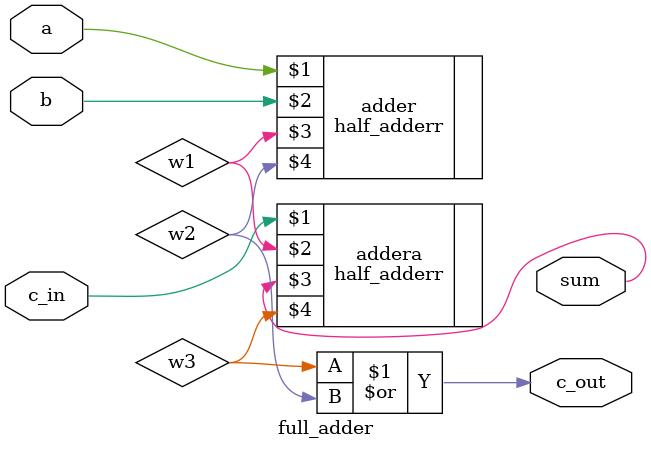
<source format=v>
`timescale 1ns / 1ps


module full_adder(
    input c_in,
    input a,
    input b,
    output sum,
    output c_out
    );
    
    wire w1, w2, w3;
    half_adderr adder(a, b, w1, w2);
    half_adderr addera(c_in, w1, sum, w3);
    
    or orgate(c_out, w3, w2);
    
endmodule

</source>
